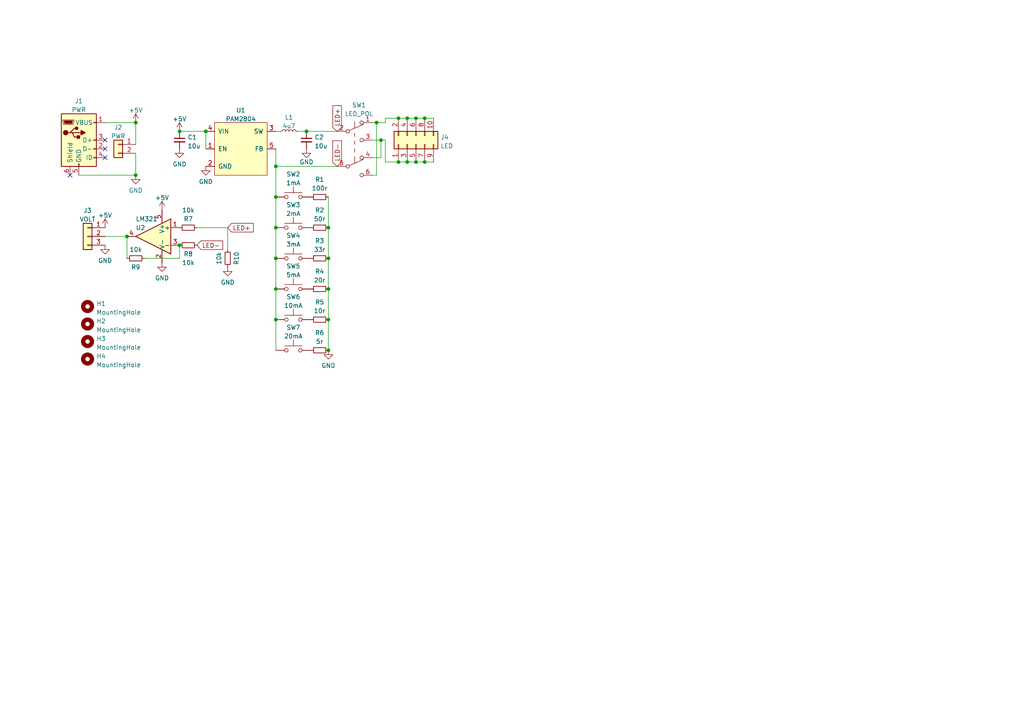
<source format=kicad_sch>
(kicad_sch (version 20211123) (generator eeschema)
  (paper "A4")
  (lib_symbols
    (symbol "Amplifier_Operational:LM321" (pin_names (offset 0.127))
      (property "Reference" "U" (at 0 7.62 0))
      (property "Value" "LM321" (at 0 5.08 0))
      (symbol "LM321_0_1"
        (polyline (pts (xy -5.08 5.08) (xy 5.08 0) (xy -5.08 -5.08) (xy -5.08 5.08)) (stroke (width 0.254)) (fill (type background)))
      )
      (symbol "LM321_1_1"
        (pin input line (at -7.62 2.54 0) (length 2.54) (name "+") (number "1"))
        (pin power_in line (at -2.54 -7.62 90) (length 3.81) (name "V-") (number "2"))
        (pin input line (at -7.62 -2.54 0) (length 2.54) (name "-") (number "3"))
        (pin output line (at 7.62 0 180) (length 2.54) (name "~") (number "4"))
        (pin power_in line (at -2.54 7.62 270) (length 3.81) (name "V+") (number "5"))
      )
    )
    (symbol "Connector:USB_B_Micro" (pin_names (offset 1.016))
      (property "Reference" "J" (at -5.08 11.43 0))
      (property "Value" "USB_B_Micro" (at -5.08 8.89 0))
      (symbol "USB_B_Micro_0_1"
        (rectangle (start -5.08 -7.62) (end 5.08 7.62) (stroke (width 0.254)) (fill (type background)))
        (circle (center -3.81 2.159) (radius 0.635) (stroke (width 0.254)) (fill (type outline)))
        (circle (center -0.635 3.429) (radius 0.381) (stroke (width 0.254)) (fill (type outline)))
        (rectangle (start -0.127 -7.62) (end 0.127 -6.858))
        (polyline (pts (xy -1.905 2.159) (xy 0.635 2.159)) (stroke (width 0.254)))
        (polyline (pts (xy -3.175 2.159) (xy -2.54 2.159) (xy -1.27 3.429) (xy -0.635 3.429)) (stroke (width 0.254)))
        (polyline (pts (xy -2.54 2.159) (xy -1.905 2.159) (xy -1.27 0.889) (xy 0 0.889)) (stroke (width 0.254)))
        (polyline (pts (xy 0.635 2.794) (xy 0.635 1.524) (xy 1.905 2.159) (xy 0.635 2.794)) (stroke (width 0.254)) (fill (type outline)))
        (polyline (pts (xy -4.318 5.588) (xy -1.778 5.588) (xy -2.032 4.826) (xy -4.064 4.826) (xy -4.318 5.588)) (fill (type outline)))
        (polyline (pts (xy -4.699 5.842) (xy -4.699 5.588) (xy -4.445 4.826) (xy -4.445 4.572) (xy -1.651 4.572) (xy -1.651 4.826) (xy -1.397 5.588) (xy -1.397 5.842) (xy -4.699 5.842)))
        (rectangle (start 0.254 1.27) (end -0.508 0.508) (stroke (width 0.254)) (fill (type outline)))
        (rectangle (start 5.08 -5.207) (end 4.318 -4.953))
        (rectangle (start 5.08 -2.667) (end 4.318 -2.413))
        (rectangle (start 5.08 -0.127) (end 4.318 0.127))
        (rectangle (start 5.08 4.953) (end 4.318 5.207))
      )
      (symbol "USB_B_Micro_1_1"
        (pin power_out line (at 7.62 5.08 180) (length 2.54) (name "VBUS") (number "1"))
        (pin bidirectional line (at 7.62 -2.54 180) (length 2.54) (name "D-") (number "2"))
        (pin bidirectional line (at 7.62 0 180) (length 2.54) (name "D+") (number "3"))
        (pin passive line (at 7.62 -5.08 180) (length 2.54) (name "ID") (number "4"))
        (pin power_out line (at 0 -10.16 90) (length 2.54) (name "GND") (number "5"))
        (pin passive line (at -2.54 -10.16 90) (length 2.54) (name "Shield") (number "6"))
      )
    )
    (symbol "Connector_Generic:Conn_01x02" (pin_names (offset 1.016) hide)
      (property "Reference" "J" (at 0 2.54 0))
      (property "Value" "Conn_01x02" (at 0 -5.08 0))
      (symbol "Conn_01x02_1_1"
        (rectangle (start -1.27 -2.413) (end 0 -2.667) (stroke (width 0.1524)))
        (rectangle (start -1.27 0.127) (end 0 -0.127) (stroke (width 0.1524)))
        (rectangle (start -1.27 1.27) (end 1.27 -3.81) (stroke (width 0.254)) (fill (type background)))
        (pin passive line (at -5.08 0 0) (length 3.81) (name "Pin_1") (number "1"))
        (pin passive line (at -5.08 -2.54 0) (length 3.81) (name "Pin_2") (number "2"))
      )
    )
    (symbol "Connector_Generic:Conn_01x03" (pin_names (offset 1.016) hide)
      (property "Reference" "J" (at 0 5.08 0))
      (property "Value" "Conn_01x03" (at 0 -5.08 0))
      (symbol "Conn_01x03_1_1"
        (rectangle (start -1.27 -2.413) (end 0 -2.667) (stroke (width 0.1524)))
        (rectangle (start -1.27 0.127) (end 0 -0.127) (stroke (width 0.1524)))
        (rectangle (start -1.27 2.667) (end 0 2.413) (stroke (width 0.1524)))
        (rectangle (start -1.27 3.81) (end 1.27 -3.81) (stroke (width 0.254)) (fill (type background)))
        (pin passive line (at -5.08 2.54 0) (length 3.81) (name "Pin_1") (number "1"))
        (pin passive line (at -5.08 0 0) (length 3.81) (name "Pin_2") (number "2"))
        (pin passive line (at -5.08 -2.54 0) (length 3.81) (name "Pin_3") (number "3"))
      )
    )
    (symbol "Connector_Generic:Conn_02x05_Odd_Even" (pin_names (offset 1.016) hide)
      (property "Reference" "J" (at 1.27 7.62 0))
      (property "Value" "Conn_02x05_Odd_Even" (at 1.27 -7.62 0))
      (symbol "Conn_02x05_Odd_Even_1_1"
        (rectangle (start -1.27 -4.953) (end 0 -5.207) (stroke (width 0.1524)))
        (rectangle (start -1.27 -2.413) (end 0 -2.667) (stroke (width 0.1524)))
        (rectangle (start -1.27 0.127) (end 0 -0.127) (stroke (width 0.1524)))
        (rectangle (start -1.27 2.667) (end 0 2.413) (stroke (width 0.1524)))
        (rectangle (start -1.27 5.207) (end 0 4.953) (stroke (width 0.1524)))
        (rectangle (start -1.27 6.35) (end 3.81 -6.35) (stroke (width 0.254)) (fill (type background)))
        (rectangle (start 3.81 -4.953) (end 2.54 -5.207) (stroke (width 0.1524)))
        (rectangle (start 3.81 -2.413) (end 2.54 -2.667) (stroke (width 0.1524)))
        (rectangle (start 3.81 0.127) (end 2.54 -0.127) (stroke (width 0.1524)))
        (rectangle (start 3.81 2.667) (end 2.54 2.413) (stroke (width 0.1524)))
        (rectangle (start 3.81 5.207) (end 2.54 4.953) (stroke (width 0.1524)))
        (pin passive line (at -5.08 5.08 0) (length 3.81) (name "Pin_1") (number "1"))
        (pin passive line (at 7.62 -5.08 180) (length 3.81) (name "Pin_10") (number "10"))
        (pin passive line (at 7.62 5.08 180) (length 3.81) (name "Pin_2") (number "2"))
        (pin passive line (at -5.08 2.54 0) (length 3.81) (name "Pin_3") (number "3"))
        (pin passive line (at 7.62 2.54 180) (length 3.81) (name "Pin_4") (number "4"))
        (pin passive line (at -5.08 0 0) (length 3.81) (name "Pin_5") (number "5"))
        (pin passive line (at 7.62 0 180) (length 3.81) (name "Pin_6") (number "6"))
        (pin passive line (at -5.08 -2.54 0) (length 3.81) (name "Pin_7") (number "7"))
        (pin passive line (at 7.62 -2.54 180) (length 3.81) (name "Pin_8") (number "8"))
        (pin passive line (at -5.08 -5.08 0) (length 3.81) (name "Pin_9") (number "9"))
      )
    )
    (symbol "Device:C_Small" (pin_numbers hide) (pin_names (offset 0.254) hide)
      (property "Reference" "C" (at 0.254 1.778 0))
      (property "Value" "C_Small" (at 0.254 -2.032 0))
      (symbol "C_Small_0_1"
        (polyline (pts (xy -1.524 -0.508) (xy 1.524 -0.508)) (stroke (width 0.3302)))
        (polyline (pts (xy -1.524 0.508) (xy 1.524 0.508)) (stroke (width 0.3048)))
      )
      (symbol "C_Small_1_1"
        (pin passive line (at 0 2.54 270) (length 2.032) (name "~") (number "1"))
        (pin passive line (at 0 -2.54 90) (length 2.032) (name "~") (number "2"))
      )
    )
    (symbol "Device:L_Small" (pin_numbers hide) (pin_names (offset 0.254) hide)
      (property "Reference" "L" (at 0.762 1.016 0))
      (property "Value" "L_Small" (at 0.762 -1.016 0))
      (symbol "L_Small_0_1"
        (arc (start 0 -2.032) (mid 0.508 -1.524) (end 0 -1.016))
        (arc (start 0 -1.016) (mid 0.508 -0.508) (end 0 0))
        (arc (start 0 0) (mid 0.508 0.508) (end 0 1.016))
        (arc (start 0 1.016) (mid 0.508 1.524) (end 0 2.032))
      )
      (symbol "L_Small_1_1"
        (pin passive line (at 0 2.54 270) (length 0.508) (name "~") (number "1"))
        (pin passive line (at 0 -2.54 90) (length 0.508) (name "~") (number "2"))
      )
    )
    (symbol "Device:R_Small" (pin_numbers hide) (pin_names (offset 0.254) hide)
      (property "Reference" "R" (at 0.762 0.508 0))
      (property "Value" "R_Small" (at 0.762 -1.016 0))
      (symbol "R_Small_0_1"
        (rectangle (start -0.762 1.778) (end 0.762 -1.778) (stroke (width 0.2032)))
      )
      (symbol "R_Small_1_1"
        (pin passive line (at 0 2.54 270) (length 0.762) (name "~") (number "1"))
        (pin passive line (at 0 -2.54 90) (length 0.762) (name "~") (number "2"))
      )
    )
    (symbol "Mechanical:MountingHole" (pin_names (offset 1.016))
      (property "Reference" "H" (at 0 5.08 0))
      (property "Value" "MountingHole" (at 0 3.175 0))
      (symbol "MountingHole_0_1"
        (circle (center 0 0) (radius 1.27) (stroke (width 1.27)))
      )
    )
    (symbol "Switch:SW_Push" (pin_numbers hide) (pin_names (offset 1.016) hide)
      (property "Reference" "SW" (at 1.27 2.54 0))
      (property "Value" "SW_Push" (at 0 -1.524 0))
      (symbol "SW_Push_0_1"
        (circle (center -2.032 0) (radius 0.508))
        (polyline (pts (xy 0 1.27) (xy 0 3.048)))
        (polyline (pts (xy 2.54 1.27) (xy -2.54 1.27)))
        (circle (center 2.032 0) (radius 0.508))
        (pin passive line (at -5.08 0 0) (length 2.54) (name "1") (number "1"))
        (pin passive line (at 5.08 0 180) (length 2.54) (name "2") (number "2"))
      )
    )
    (symbol "Switch:SW_Push_DPDT" (pin_names (offset 0) hide)
      (property "Reference" "SW" (at 0 8.89 0))
      (property "Value" "SW_Push_DPDT" (at 0 -10.16 0))
      (symbol "SW_Push_DPDT_0_0"
        (circle (center -2.032 -5.08) (radius 0.508))
        (circle (center -2.032 5.08) (radius 0.508))
        (circle (center 2.032 -7.62) (radius 0.508))
        (circle (center 2.032 2.54) (radius 0.508))
      )
      (symbol "SW_Push_DPDT_0_1"
        (polyline (pts (xy -1.524 -4.826) (xy 2.54 -3.048)))
        (polyline (pts (xy -1.524 5.334) (xy 2.54 7.112)))
        (polyline (pts (xy 0 -2.286) (xy 0 -4.064)))
        (polyline (pts (xy 0 -1.016) (xy 0 0)))
        (polyline (pts (xy 0 1.27) (xy 0 2.286)))
        (polyline (pts (xy 0 3.556) (xy 0 4.572)))
        (polyline (pts (xy 0 7.874) (xy 0 6.096)))
        (circle (center 2.032 -2.54) (radius 0.508))
        (circle (center 2.032 7.62) (radius 0.508))
      )
      (symbol "SW_Push_DPDT_1_1"
        (pin passive line (at 5.08 7.62 180) (length 2.54) (name "A") (number "1"))
        (pin passive line (at -5.08 5.08 0) (length 2.54) (name "B") (number "2"))
        (pin passive line (at 5.08 2.54 180) (length 2.54) (name "C") (number "3"))
        (pin passive line (at 5.08 -2.54 180) (length 2.54) (name "A") (number "4"))
        (pin passive line (at -5.08 -5.08 0) (length 2.54) (name "B") (number "5"))
        (pin passive line (at 5.08 -7.62 180) (length 2.54) (name "C") (number "6"))
      )
    )
    (symbol "led-tester:PAM2804" (pin_names (offset 1.016))
      (property "Reference" "U" (at 0 -5.08 0))
      (property "Value" "PAM2804" (at 0 2.54 90))
      (symbol "PAM2804_0_1"
        (rectangle (start -7.62 7.62) (end 7.62 -7.62) (fill (type background)))
      )
      (symbol "PAM2804_1_1"
        (pin input line (at -10.16 0 0) (length 2.54) (name "EN") (number "1"))
        (pin power_in line (at -10.16 -5.08 0) (length 2.54) (name "GND") (number "2"))
        (pin power_out line (at 10.16 5.08 180) (length 2.54) (name "SW") (number "3"))
        (pin power_in line (at -10.16 5.08 0) (length 2.54) (name "VIN") (number "4"))
        (pin input line (at 10.16 0 180) (length 2.54) (name "FB") (number "5"))
      )
    )
    (symbol "power:+5V" (power) (pin_names (offset 0))
      (property "Value" "+5V" (at 0 3.556 0))
      (symbol "+5V_0_1"
        (polyline (pts (xy -0.762 1.27) (xy 0 2.54)))
        (polyline (pts (xy 0 0) (xy 0 2.54)))
        (polyline (pts (xy 0 2.54) (xy 0.762 1.27)))
      )
      (symbol "+5V_1_1"
        (pin power_in line (at 0 0 90) (length 0) hide (name "+5V") (number "1"))
      )
    )
    (symbol "power:GND" (power) (pin_names (offset 0))
      (property "Value" "GND" (at 0 -3.81 0))
      (symbol "GND_0_1"
        (polyline (pts (xy 0 0) (xy 0 -1.27) (xy 1.27 -1.27) (xy 0 -2.54) (xy -1.27 -1.27) (xy 0 -1.27)))
      )
      (symbol "GND_1_1"
        (pin power_in line (at 0 0 270) (length 0) hide (name "GND") (number "1"))
      )
    )
  )
  (junction (at 80.01 57.15))
  (junction (at 123.19 34.29))
  (junction (at 36.83 68.58))
  (junction (at 115.57 34.29))
  (junction (at 88.9 38.1))
  (junction (at 80.01 66.04))
  (junction (at 52.07 71.12))
  (junction (at 80.01 92.71))
  (junction (at 95.25 83.82))
  (junction (at 80.01 48.26))
  (junction (at 95.25 101.6))
  (junction (at 80.01 74.93))
  (junction (at 95.25 74.93))
  (junction (at 109.22 35.56))
  (junction (at 120.65 46.99))
  (junction (at 39.37 35.56))
  (junction (at 110.49 40.64))
  (junction (at 115.57 46.99))
  (junction (at 95.25 92.71))
  (junction (at 52.07 38.1))
  (junction (at 95.25 66.04))
  (junction (at 118.11 34.29))
  (junction (at 123.19 46.99))
  (junction (at 118.11 46.99))
  (junction (at 39.37 50.8))
  (junction (at 80.01 83.82))
  (junction (at 59.69 38.1))
  (junction (at 120.65 34.29))
  (no_connect (at 30.48 45.72))
  (no_connect (at 20.32 50.8))
  (no_connect (at 30.48 43.18))
  (no_connect (at 30.48 40.64))
  (wire (pts (xy 30.48 35.56) (xy 39.37 35.56)))
  (wire (pts (xy 59.69 38.1) (xy 59.69 43.18)))
  (wire (pts (xy 95.25 66.04) (xy 95.25 74.93)))
  (wire (pts (xy 111.76 46.99) (xy 115.57 46.99)))
  (wire (pts (xy 52.07 38.1) (xy 59.69 38.1)))
  (wire (pts (xy 120.65 46.99) (xy 123.19 46.99)))
  (wire (pts (xy 95.25 74.93) (xy 95.25 83.82)))
  (wire (pts (xy 107.95 35.56) (xy 109.22 35.56)))
  (wire (pts (xy 80.01 83.82) (xy 80.01 92.71)))
  (wire (pts (xy 118.11 46.99) (xy 120.65 46.99)))
  (wire (pts (xy 118.11 34.29) (xy 120.65 34.29)))
  (wire (pts (xy 80.01 92.71) (xy 80.01 101.6)))
  (wire (pts (xy 95.25 92.71) (xy 95.25 101.6)))
  (wire (pts (xy 123.19 46.99) (xy 125.73 46.99)))
  (wire (pts (xy 80.01 48.26) (xy 80.01 43.18)))
  (wire (pts (xy 109.22 50.8) (xy 109.22 35.56)))
  (wire (pts (xy 66.04 66.04) (xy 66.04 72.39)))
  (wire (pts (xy 95.25 83.82) (xy 95.25 92.71)))
  (wire (pts (xy 52.07 74.93) (xy 52.07 71.12)))
  (wire (pts (xy 80.01 57.15) (xy 80.01 66.04)))
  (wire (pts (xy 123.19 34.29) (xy 125.73 34.29)))
  (wire (pts (xy 110.49 40.64) (xy 111.76 40.64)))
  (wire (pts (xy 30.48 68.58) (xy 36.83 68.58)))
  (wire (pts (xy 80.01 74.93) (xy 80.01 83.82)))
  (wire (pts (xy 80.01 66.04) (xy 80.01 74.93)))
  (wire (pts (xy 81.28 38.1) (xy 80.01 38.1)))
  (wire (pts (xy 22.86 50.8) (xy 39.37 50.8)))
  (wire (pts (xy 57.15 66.04) (xy 66.04 66.04)))
  (wire (pts (xy 39.37 35.56) (xy 39.37 41.91)))
  (wire (pts (xy 107.95 45.72) (xy 110.49 45.72)))
  (wire (pts (xy 120.65 34.29) (xy 123.19 34.29)))
  (wire (pts (xy 95.25 57.15) (xy 95.25 66.04)))
  (wire (pts (xy 107.95 40.64) (xy 110.49 40.64)))
  (wire (pts (xy 115.57 46.99) (xy 118.11 46.99)))
  (wire (pts (xy 80.01 48.26) (xy 80.01 57.15)))
  (wire (pts (xy 110.49 45.72) (xy 110.49 40.64)))
  (wire (pts (xy 86.36 38.1) (xy 88.9 38.1)))
  (wire (pts (xy 111.76 34.29) (xy 115.57 34.29)))
  (wire (pts (xy 107.95 50.8) (xy 109.22 50.8)))
  (wire (pts (xy 111.76 35.56) (xy 111.76 34.29)))
  (wire (pts (xy 115.57 34.29) (xy 118.11 34.29)))
  (wire (pts (xy 39.37 44.45) (xy 39.37 50.8)))
  (wire (pts (xy 88.9 38.1) (xy 97.79 38.1)))
  (wire (pts (xy 36.83 68.58) (xy 36.83 74.93)))
  (wire (pts (xy 41.91 74.93) (xy 52.07 74.93)))
  (wire (pts (xy 80.01 48.26) (xy 97.79 48.26)))
  (wire (pts (xy 111.76 40.64) (xy 111.76 46.99)))
  (wire (pts (xy 109.22 35.56) (xy 111.76 35.56)))
  (global_label "LED+" (shape input) (at 66.04 66.04 0) (property "Intersheet References" "${INTERSHEET_REFS}" (effects hide)))
  (global_label "LED-" (shape input) (at 97.79 48.26 90) (property "Intersheet References" "${INTERSHEET_REFS}" (effects hide)))
  (global_label "LED-" (shape input) (at 57.15 71.12 0) (property "Intersheet References" "${INTERSHEET_REFS}" (effects hide)))
  (global_label "LED+" (shape input) (at 97.79 38.1 90) (property "Intersheet References" "${INTERSHEET_REFS}" (effects hide)))
  (symbol (lib_id "Switch:SW_Push") (at 85.09 101.6 0) (unit 1)
    (property "Reference" "SW7" (at 85.09 94.9792 0))
    (property "Value" "20mA" (at 85.09 97.5161 0))
    (property "Footprint" "Button_Switch_THT:SW_PUSH_6mm_H8mm" (effects hide))
    (property "LCSC" "C2834903" (effects hide))
  )
  (symbol (lib_id "Switch:SW_Push") (at 85.09 57.15 0) (unit 1)
    (property "Reference" "SW2" (at 85.09 50.5292 0))
    (property "Value" "1mA" (at 85.09 53.0661 0))
    (property "Footprint" "Button_Switch_THT:SW_PUSH_6mm_H8mm" (effects hide))
    (property "LCSC" "C2834903" (effects hide))
  )
  (symbol (lib_id "Connector:USB_B_Micro") (at 22.86 40.64 0) (unit 1)
    (property "Reference" "J1" (at 22.86 29.3202 0))
    (property "Value" "PWR" (at 22.86 31.8571 0))
    (property "Footprint" "Connector_USB:USB_Micro-B_Molex-105017-0001" (effects hide))
  )
  (symbol (lib_id "Device:R_Small") (at 66.04 74.93 180) (unit 1)
    (property "Reference" "R10" (at 68.58 74.93 90))
    (property "Value" "10k" (at 63.5 74.93 90))
    (property "Footprint" "Resistor_SMD:R_0603_1608Metric" (effects hide))
  )
  (symbol (lib_id "Connector_Generic:Conn_01x02") (at 34.29 41.91 0) (mirror y) (unit 1)
    (property "Reference" "J2" (at 34.29 36.9402 0))
    (property "Value" "PWR" (at 34.29 39.4771 0))
    (property "Footprint" "Connector_JST:JST_PH_S2B-PH-K_1x02_P2.00mm_Horizontal" (effects hide))
  )
  (symbol (lib_id "Mechanical:MountingHole") (at 25.4 88.9 0) (unit 1)
    (property "Reference" "H1" (at 27.94 88.0653 0) (effects (justify left)))
    (property "Value" "MountingHole" (at 27.94 90.6022 0) (effects (justify left)))
    (property "Footprint" "MountingHole:MountingHole_3.2mm_M3_DIN965" (effects hide))
  )
  (symbol (lib_id "power:+5V") (at 30.48 66.04 0) (unit 1)
    (property "Reference" "#PWR09" (effects hide))
    (property "Value" "+5V" (at 30.48 62.4642 0))
  )
  (symbol (lib_id "Switch:SW_Push") (at 85.09 74.93 0) (unit 1)
    (property "Reference" "SW4" (at 85.09 68.3092 0))
    (property "Value" "3mA" (at 85.09 70.8461 0))
    (property "Footprint" "Button_Switch_THT:SW_PUSH_6mm_H8mm" (effects hide))
    (property "LCSC" "C2834903" (effects hide))
  )
  (symbol (lib_id "Device:R_Small") (at 54.61 66.04 90) (unit 1)
    (property "Reference" "R7" (at 54.61 63.5 90))
    (property "Value" "10k" (at 54.61 60.96 90))
    (property "Footprint" "Resistor_SMD:R_0603_1608Metric" (effects hide))
  )
  (symbol (lib_id "Switch:SW_Push") (at 85.09 83.82 0) (unit 1)
    (property "Reference" "SW5" (at 85.09 77.1992 0))
    (property "Value" "5mA" (at 85.09 79.7361 0))
    (property "Footprint" "Button_Switch_THT:SW_PUSH_6mm_H8mm" (effects hide))
    (property "LCSC" "C2834903" (effects hide))
  )
  (symbol (lib_id "power:GND") (at 39.37 50.8 0) (unit 1)
    (property "Reference" "#PWR06" (effects hide))
    (property "Value" "GND" (at 39.37 55.2434 0))
  )
  (symbol (lib_id "Device:R_Small") (at 54.61 71.12 90) (unit 1)
    (property "Reference" "R8" (at 54.61 73.66 90))
    (property "Value" "10k" (at 54.61 76.2 90))
    (property "Footprint" "Resistor_SMD:R_0603_1608Metric" (effects hide))
  )
  (symbol (lib_id "Device:R_Small") (at 92.71 57.15 90) (unit 1)
    (property "Reference" "R1" (at 92.71 52.07 90))
    (property "Value" "100r" (at 92.71 54.61 90))
    (property "Footprint" "Resistor_SMD:R_0603_1608Metric" (effects hide))
    (property "LCSC" "C105588" (effects hide))
  )
  (symbol (lib_id "Device:R_Small") (at 92.71 101.6 90) (unit 1)
    (property "Reference" "R6" (at 92.71 96.52 90))
    (property "Value" "5r" (at 92.71 99.06 90))
    (property "Footprint" "Resistor_SMD:R_0603_1608Metric" (effects hide))
    (property "LCSC" "C25197" (effects hide))
  )
  (symbol (lib_id "Connector_Generic:Conn_02x05_Odd_Even") (at 120.65 41.91 90) (unit 1)
    (property "Reference" "J4" (at 127.762 39.8053 90) (effects (justify right)))
    (property "Value" "LED" (at 127.762 42.3422 90) (effects (justify right)))
    (property "Footprint" "Connector_PinSocket_2.54mm:PinSocket_2x05_P2.54mm_Vertical" (effects hide))
    (property "LCSC" "2xC718240" (effects hide))
  )
  (symbol (lib_id "Device:R_Small") (at 39.37 74.93 90) (unit 1)
    (property "Reference" "R9" (at 39.37 77.47 90))
    (property "Value" "10k" (at 39.37 72.39 90))
    (property "Footprint" "Resistor_SMD:R_0603_1608Metric" (effects hide))
  )
  (symbol (lib_id "Switch:SW_Push") (at 85.09 66.04 0) (unit 1)
    (property "Reference" "SW3" (at 85.09 59.4192 0))
    (property "Value" "2mA" (at 85.09 61.9561 0))
    (property "Footprint" "Button_Switch_THT:SW_PUSH_6mm_H8mm" (effects hide))
    (property "LCSC" "C2834903" (effects hide))
  )
  (symbol (lib_id "Switch:SW_Push") (at 85.09 92.71 0) (unit 1)
    (property "Reference" "SW6" (at 85.09 86.0892 0))
    (property "Value" "10mA" (at 85.09 88.6261 0))
    (property "Footprint" "Button_Switch_THT:SW_PUSH_6mm_H8mm" (effects hide))
    (property "LCSC" "C2834903" (effects hide))
  )
  (symbol (lib_id "power:GND") (at 66.04 77.47 0) (unit 1)
    (property "Reference" "#PWR012" (effects hide))
    (property "Value" "GND" (at 66.04 81.9134 0))
  )
  (symbol (lib_id "Device:R_Small") (at 92.71 66.04 90) (unit 1)
    (property "Reference" "R2" (at 92.71 60.96 90))
    (property "Value" "50r" (at 92.71 63.5 90))
    (property "Footprint" "Resistor_SMD:R_0603_1608Metric" (effects hide))
    (property "LCSC" "C2759402" (effects hide))
  )
  (symbol (lib_id "power:+5V") (at 39.37 35.56 0) (unit 1)
    (property "Reference" "#PWR01" (effects hide))
    (property "Value" "+5V" (at 39.37 31.9842 0))
  )
  (symbol (lib_id "Switch:SW_Push_DPDT") (at 102.87 43.18 0) (unit 1)
    (property "Reference" "SW1" (at 104.14 30.4831 0))
    (property "Value" "LED_POL" (at 104.14 33.02 0))
    (property "Footprint" "led-tester:OS202011MS2QS1" (effects hide))
  )
  (symbol (lib_id "Device:C_Small") (at 88.9 40.64 0) (unit 1)
    (property "Reference" "C2" (at 91.2241 39.8116 0) (effects (justify left)))
    (property "Value" "10u" (at 91.2241 42.3485 0) (effects (justify left)))
    (property "Footprint" "Capacitor_SMD:C_0805_2012Metric" (effects hide))
    (property "LCSC" "C1713" (effects hide))
  )
  (symbol (lib_id "Device:R_Small") (at 92.71 92.71 90) (unit 1)
    (property "Reference" "R5" (at 92.71 87.63 90))
    (property "Value" "10r" (at 92.71 90.17 90))
    (property "Footprint" "Resistor_SMD:R_0603_1608Metric" (effects hide))
    (property "LCSC" "C109318" (effects hide))
  )
  (symbol (lib_id "Amplifier_Operational:LM321") (at 44.45 68.58 0) (mirror y) (unit 1)
    (property "Reference" "U2" (at 39.37 66.04 0) (effects (justify right)))
    (property "Value" "LM321" (at 39.37 63.5 0) (effects (justify right)))
    (property "Footprint" "Package_TO_SOT_SMD:SOT-23-5" (effects hide))
    (property "Datasheet" "http://www.ti.com/lit/ds/symlink/lm321.pdf" (effects hide))
    (property "LCSC" "C395460" (effects hide))
  )
  (symbol (lib_id "Device:R_Small") (at 92.71 83.82 90) (unit 1)
    (property "Reference" "R4" (at 92.71 78.74 90))
    (property "Value" "20r" (at 92.71 81.28 90))
    (property "Footprint" "Resistor_SMD:R_0603_1608Metric" (effects hide))
    (property "LCSC" "C22950" (effects hide))
  )
  (symbol (lib_id "Device:R_Small") (at 92.71 74.93 90) (unit 1)
    (property "Reference" "R3" (at 92.71 69.85 90))
    (property "Value" "33r" (at 92.71 72.39 90))
    (property "Footprint" "Resistor_SMD:R_0603_1608Metric" (effects hide))
    (property "LCSC" "C108661" (effects hide))
  )
  (symbol (lib_id "Mechanical:MountingHole") (at 25.4 93.98 0) (unit 1)
    (property "Reference" "H2" (at 27.94 93.1453 0) (effects (justify left)))
    (property "Value" "MountingHole" (at 27.94 95.6822 0) (effects (justify left)))
    (property "Footprint" "MountingHole:MountingHole_3.2mm_M3_DIN965" (effects hide))
  )
  (symbol (lib_id "power:GND") (at 52.07 43.18 0) (unit 1)
    (property "Reference" "#PWR03" (effects hide))
    (property "Value" "GND" (at 52.07 47.6234 0))
  )
  (symbol (lib_id "power:GND") (at 95.25 101.6 0) (unit 1)
    (property "Reference" "#PWR07" (effects hide))
    (property "Value" "GND" (at 95.25 106.0434 0))
  )
  (symbol (lib_id "power:+5V") (at 46.99 60.96 0) (unit 1)
    (property "Reference" "#PWR08" (effects hide))
    (property "Value" "+5V" (at 46.99 57.3842 0))
  )
  (symbol (lib_id "Mechanical:MountingHole") (at 25.4 99.06 0) (unit 1)
    (property "Reference" "H3" (at 27.94 98.2253 0) (effects (justify left)))
    (property "Value" "MountingHole" (at 27.94 100.7622 0) (effects (justify left)))
    (property "Footprint" "MountingHole:MountingHole_3.2mm_M3_DIN965" (effects hide))
  )
  (symbol (lib_id "Connector_Generic:Conn_01x03") (at 25.4 68.58 0) (mirror y) (unit 1)
    (property "Reference" "J3" (at 25.4 61.0702 0))
    (property "Value" "VOLT" (at 25.4 63.6071 0))
    (property "Footprint" "Connector_JST:JST_PH_S3B-PH-K_1x03_P2.00mm_Horizontal" (effects hide))
  )
  (symbol (lib_id "Mechanical:MountingHole") (at 25.4 104.14 0) (unit 1)
    (property "Reference" "H4" (at 27.94 103.3053 0) (effects (justify left)))
    (property "Value" "MountingHole" (at 27.94 105.8422 0) (effects (justify left)))
    (property "Footprint" "MountingHole:MountingHole_3.2mm_M3_DIN965" (effects hide))
  )
  (symbol (lib_id "Device:C_Small") (at 52.07 40.64 0) (unit 1)
    (property "Reference" "C1" (at 54.3941 39.8116 0) (effects (justify left)))
    (property "Value" "10u" (at 54.3941 42.3485 0) (effects (justify left)))
    (property "Footprint" "Capacitor_SMD:C_0805_2012Metric" (effects hide))
    (property "LCSC" "C1713" (effects hide))
  )
  (symbol (lib_id "power:GND") (at 88.9 43.18 0) (unit 1)
    (property "Reference" "#PWR04" (effects hide))
    (property "Value" "GND" (at 88.9 46.99 0))
  )
  (symbol (lib_id "power:+5V") (at 52.07 38.1 0) (unit 1)
    (property "Reference" "#PWR02" (effects hide))
    (property "Value" "+5V" (at 52.07 34.5242 0))
  )
  (symbol (lib_id "power:GND") (at 30.48 71.12 0) (unit 1)
    (property "Reference" "#PWR010" (effects hide))
    (property "Value" "GND" (at 30.48 75.5634 0))
  )
  (symbol (lib_id "Device:L_Small") (at 83.82 38.1 90) (unit 1)
    (property "Reference" "L1" (at 83.82 34.0192 90))
    (property "Value" "4u7" (at 83.82 36.5561 90))
    (property "Footprint" "Inductor_SMD:L_1008_2520Metric" (effects hide))
    (property "LCSC" "C91237" (effects hide))
  )
  (symbol (lib_id "power:GND") (at 46.99 76.2 0) (unit 1)
    (property "Reference" "#PWR011" (effects hide))
    (property "Value" "GND" (at 46.99 80.6434 0))
  )
  (symbol (lib_id "led-tester:PAM2804") (at 69.85 43.18 0) (unit 1)
    (property "Reference" "U1" (at 69.85 31.9872 0))
    (property "Value" "PAM2804" (at 69.85 34.5241 0))
    (property "Footprint" "Package_TO_SOT_SMD:TSOT-23-5" (effects hide))
    (property "LCSC" "C71463" (effects hide))
  )
  (symbol (lib_id "power:GND") (at 59.69 48.26 0) (unit 1)
    (property "Reference" "#PWR05" (effects hide))
    (property "Value" "GND" (at 59.69 52.7034 0))
  )
)
</source>
